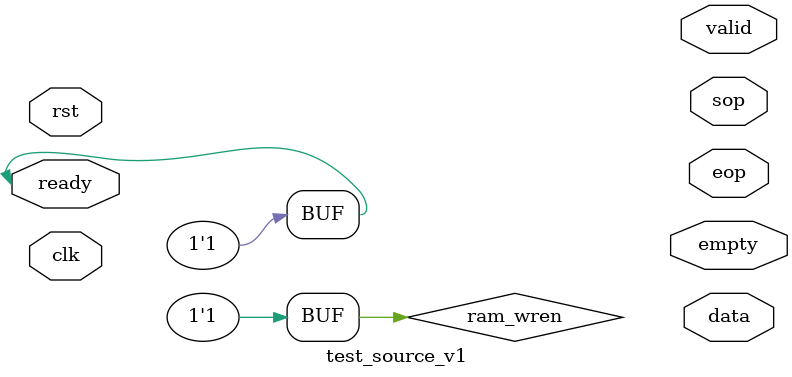
<source format=sv>

module test_source_v1 #(
  parameter int WIDTH = 32
) (
  // control
  input logic clk, rst,

  // Avalon-ST
  input logic ready,
  output logic [WIDTH - 1 : 0] data,
  output logic valid,
  output logic sop,
  output logic eop,
  output logic empty
);

// REG/WIRE Declarations
// logic[WIDTH / 8 - 1 : 0] cycle_counter;
logic[9:0] cycle_counter;
logic ram_wren;
logic wire_ram_data_in;
logic wire_ram_data_out;

// Structural Coding




// Behavioural Coding
assign ram_wren = 1;
assign ready = 1;

// cycle counter
always_ff @(posedge clk)
begin
  if (rst)
    cycle_counter <= 0;
  else
    cycle_counter <= cycle_counter + 4;
end

// send
always_ff @(posedge clk)
begin
  if (rst) begin

  end else if (valid && ready) begin

  end

end

endmodule


</source>
